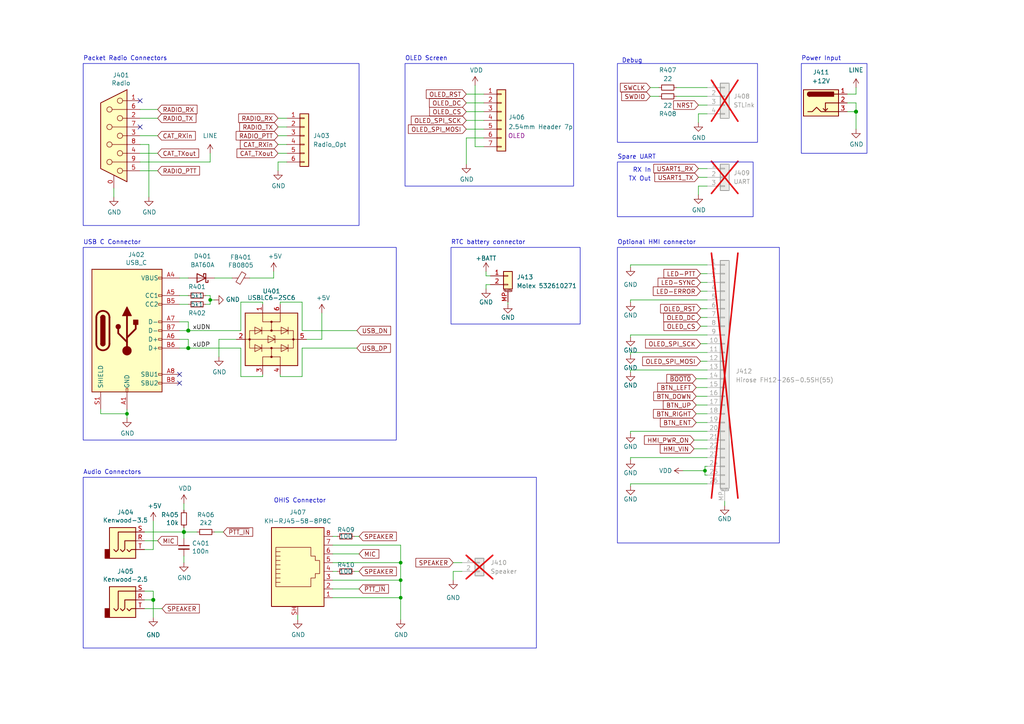
<source format=kicad_sch>
(kicad_sch (version 20230121) (generator eeschema)
  (paper "A4")
  (title_block (title "Module17") (date "2023-12-06") (rev "Rev 0.99") (company "M17Project") (comment 1 "Morgan ON4MOD") (comment 2 "Mathis - DB9MAT") (comment 3 "Wojciech - SP5WWP"))
  (lib_symbols
    (symbol "Connector:8P8C_Shielded" (pin_names (offset 1.016))
      (property "Reference" "J" (at -5.08 13.97 0))
      (property "Value" "8P8C_Shielded" (at 2.54 13.97 0))
      (symbol "8P8C_Shielded_1_1"
        (pin passive line (at 10.16 -7.62 180) (length 2.54) (name "~") (number "1"))
        (pin passive line (at 10.16 -5.08 180) (length 2.54) (name "~") (number "2"))
        (pin passive line (at 10.16 -2.54 180) (length 2.54) (name "~") (number "3"))
        (pin passive line (at 10.16 0 180) (length 2.54) (name "~") (number "4"))
        (pin passive line (at 10.16 2.54 180) (length 2.54) (name "~") (number "5"))
        (pin passive line (at 10.16 5.08 180) (length 2.54) (name "~") (number "6"))
        (pin passive line (at 10.16 7.62 180) (length 2.54) (name "~") (number "7"))
        (pin passive line (at 10.16 10.16 180) (length 2.54) (name "~") (number "8"))
        (pin passive line (at 0 -12.7 90) (length 2.54) (name "~") (number "SH"))
      )
    )
    (symbol "Connector:AudioJack3"
      (property "Reference" "J" (at 0 8.89 0))
      (property "Value" "AudioJack3" (at 0 6.35 0))
      (symbol "AudioJack3_1_1"
        (pin passive line (at 5.08 0 180) (length 2.54) (name "~") (number "R"))
        (pin passive line (at 5.08 2.54 180) (length 2.54) (name "~") (number "S"))
        (pin passive line (at 5.08 -2.54 180) (length 2.54) (name "~") (number "T"))
      )
    )
    (symbol "Connector:Barrel_Jack_Switch_Pin3Ring" (pin_names hide)
      (property "Reference" "J" (at 0 5.334 0))
      (property "Value" "Barrel_Jack_Switch_Pin3Ring" (at 0 -5.08 0))
      (symbol "Barrel_Jack_Switch_Pin3Ring_1_1"
        (pin passive line (at 7.62 2.54 180) (length 2.54) (name "~") (number "1"))
        (pin passive line (at 7.62 0 180) (length 2.54) (name "~") (number "2"))
        (pin passive line (at 7.62 -2.54 180) (length 2.54) (name "~") (number "3"))
      )
    )
    (symbol "Connector:DB9_Female_MountingHoles" (pin_names (offset 1.016) hide)
      (property "Reference" "J" (at 0 16.51 0))
      (property "Value" "DB9_Female_MountingHoles" (at 0 14.605 0))
      (symbol "DB9_Female_MountingHoles_1_1"
        (pin passive line (at 0 -15.24 90) (length 3.81) (name "PAD") (number "0"))
        (pin passive line (at -7.62 10.16 0) (length 3.81) (name "1") (number "1"))
        (pin passive line (at -7.62 5.08 0) (length 3.81) (name "2") (number "2"))
        (pin passive line (at -7.62 0 0) (length 3.81) (name "3") (number "3"))
        (pin passive line (at -7.62 -5.08 0) (length 3.81) (name "4") (number "4"))
        (pin passive line (at -7.62 -10.16 0) (length 3.81) (name "5") (number "5"))
        (pin passive line (at -7.62 7.62 0) (length 3.81) (name "6") (number "6"))
        (pin passive line (at -7.62 2.54 0) (length 3.81) (name "7") (number "7"))
        (pin passive line (at -7.62 -2.54 0) (length 3.81) (name "8") (number "8"))
        (pin passive line (at -7.62 -7.62 0) (length 3.81) (name "9") (number "9"))
      )
    )
    (symbol "Connector:USB_C_Receptacle_USB2.0" (pin_names (offset 1.016))
      (property "Reference" "J" (at -10.16 19.05 0))
      (property "Value" "USB_C_Receptacle_USB2.0" (at 19.05 19.05 0))
      (symbol "USB_C_Receptacle_USB2.0_1_1"
        (pin passive line (at 0 -22.86 90) (length 5.08) (name "GND") (number "A1"))
        (pin passive line (at 0 -22.86 90) (length 5.08) hide (name "GND") (number "A12"))
        (pin passive line (at 15.24 15.24 180) (length 5.08) (name "VBUS") (number "A4"))
        (pin bidirectional line (at 15.24 10.16 180) (length 5.08) (name "CC1") (number "A5"))
        (pin bidirectional line (at 15.24 -2.54 180) (length 5.08) (name "D+") (number "A6"))
        (pin bidirectional line (at 15.24 2.54 180) (length 5.08) (name "D-") (number "A7"))
        (pin bidirectional line (at 15.24 -12.7 180) (length 5.08) (name "SBU1") (number "A8"))
        (pin passive line (at 15.24 15.24 180) (length 5.08) hide (name "VBUS") (number "A9"))
        (pin passive line (at 0 -22.86 90) (length 5.08) hide (name "GND") (number "B1"))
        (pin passive line (at 0 -22.86 90) (length 5.08) hide (name "GND") (number "B12"))
        (pin passive line (at 15.24 15.24 180) (length 5.08) hide (name "VBUS") (number "B4"))
        (pin bidirectional line (at 15.24 7.62 180) (length 5.08) (name "CC2") (number "B5"))
        (pin bidirectional line (at 15.24 -5.08 180) (length 5.08) (name "D+") (number "B6"))
        (pin bidirectional line (at 15.24 0 180) (length 5.08) (name "D-") (number "B7"))
        (pin bidirectional line (at 15.24 -15.24 180) (length 5.08) (name "SBU2") (number "B8"))
        (pin passive line (at 15.24 15.24 180) (length 5.08) hide (name "VBUS") (number "B9"))
        (pin passive line (at -7.62 -22.86 90) (length 5.08) (name "SHIELD") (number "S1"))
      )
    )
    (symbol "Connector_Generic:Conn_01x02" (pin_names (offset 1.016) hide)
      (property "Reference" "J" (at 0 2.54 0))
      (property "Value" "Conn_01x02" (at 0 -5.08 0))
      (symbol "Conn_01x02_1_1"
        (pin passive line (at -5.08 0 0) (length 3.81) (name "Pin_1") (number "1"))
        (pin passive line (at -5.08 -2.54 0) (length 3.81) (name "Pin_2") (number "2"))
      )
    )
    (symbol "Connector_Generic:Conn_01x03" (pin_names (offset 1.016) hide)
      (property "Reference" "J" (at 0 5.08 0))
      (property "Value" "Conn_01x03" (at 0 -5.08 0))
      (symbol "Conn_01x03_1_1"
        (pin passive line (at -5.08 2.54 0) (length 3.81) (name "Pin_1") (number "1"))
        (pin passive line (at -5.08 0 0) (length 3.81) (name "Pin_2") (number "2"))
        (pin passive line (at -5.08 -2.54 0) (length 3.81) (name "Pin_3") (number "3"))
      )
    )
    (symbol "Connector_Generic:Conn_01x04" (pin_names (offset 1.016) hide)
      (property "Reference" "J" (at 0 5.08 0))
      (property "Value" "Conn_01x04" (at 0 -7.62 0))
      (symbol "Conn_01x04_1_1"
        (pin passive line (at -5.08 2.54 0) (length 3.81) (name "Pin_1") (number "1"))
        (pin passive line (at -5.08 0 0) (length 3.81) (name "Pin_2") (number "2"))
        (pin passive line (at -5.08 -2.54 0) (length 3.81) (name "Pin_3") (number "3"))
        (pin passive line (at -5.08 -5.08 0) (length 3.81) (name "Pin_4") (number "4"))
      )
    )
    (symbol "Connector_Generic:Conn_01x06" (pin_names (offset 1.016) hide)
      (property "Reference" "J" (at 0 7.62 0))
      (property "Value" "Conn_01x06" (at 0 -10.16 0))
      (symbol "Conn_01x06_1_1"
        (pin passive line (at -5.08 5.08 0) (length 3.81) (name "Pin_1") (number "1"))
        (pin passive line (at -5.08 2.54 0) (length 3.81) (name "Pin_2") (number "2"))
        (pin passive line (at -5.08 0 0) (length 3.81) (name "Pin_3") (number "3"))
        (pin passive line (at -5.08 -2.54 0) (length 3.81) (name "Pin_4") (number "4"))
        (pin passive line (at -5.08 -5.08 0) (length 3.81) (name "Pin_5") (number "5"))
        (pin passive line (at -5.08 -7.62 0) (length 3.81) (name "Pin_6") (number "6"))
      )
    )
    (symbol "Connector_Generic:Conn_01x07" (pin_names (offset 1.016) hide)
      (property "Reference" "J" (at 0 10.16 0))
      (property "Value" "Conn_01x07" (at 0 -10.16 0))
      (symbol "Conn_01x07_1_1"
        (pin passive line (at -5.08 7.62 0) (length 3.81) (name "Pin_1") (number "1"))
        (pin passive line (at -5.08 5.08 0) (length 3.81) (name "Pin_2") (number "2"))
        (pin passive line (at -5.08 2.54 0) (length 3.81) (name "Pin_3") (number "3"))
        (pin passive line (at -5.08 0 0) (length 3.81) (name "Pin_4") (number "4"))
        (pin passive line (at -5.08 -2.54 0) (length 3.81) (name "Pin_5") (number "5"))
        (pin passive line (at -5.08 -5.08 0) (length 3.81) (name "Pin_6") (number "6"))
        (pin passive line (at -5.08 -7.62 0) (length 3.81) (name "Pin_7") (number "7"))
      )
    )
    (symbol "Connector_Generic_MountingPin:Conn_01x02_MountingPin" (pin_names (offset 1.016) hide)
      (property "Reference" "J" (at 0 2.54 0))
      (property "Value" "Conn_01x02_MountingPin" (at 1.27 -5.08 0))
      (symbol "Conn_01x02_MountingPin_1_1"
        (text "Mounting" (at 0 -4.191 0) (effects (font (size 0.381 0.381))))
        (pin passive line (at -5.08 0 0) (length 3.81) (name "Pin_1") (number "1"))
        (pin passive line (at -5.08 -2.54 0) (length 3.81) (name "Pin_2") (number "2"))
        (pin passive line (at 0 -7.62 90) (length 3.048) (name "MountPin") (number "MP"))
      )
    )
    (symbol "Connector_Generic_MountingPin:Conn_01x26_MountingPin" (pin_names (offset 1.016) hide)
      (property "Reference" "J" (at 0 33.02 0))
      (property "Value" "Conn_01x26_MountingPin" (at 1.27 -35.56 0))
      (symbol "Conn_01x26_MountingPin_1_1"
        (text "Mounting" (at 0 -34.671 0) (effects (font (size 0.381 0.381))))
        (pin passive line (at -5.08 30.48 0) (length 3.81) (name "Pin_1") (number "1"))
        (pin passive line (at -5.08 7.62 0) (length 3.81) (name "Pin_10") (number "10"))
        (pin passive line (at -5.08 5.08 0) (length 3.81) (name "Pin_11") (number "11"))
        (pin passive line (at -5.08 2.54 0) (length 3.81) (name "Pin_12") (number "12"))
        (pin passive line (at -5.08 0 0) (length 3.81) (name "Pin_13") (number "13"))
        (pin passive line (at -5.08 -2.54 0) (length 3.81) (name "Pin_14") (number "14"))
        (pin passive line (at -5.08 -5.08 0) (length 3.81) (name "Pin_15") (number "15"))
        (pin passive line (at -5.08 -7.62 0) (length 3.81) (name "Pin_16") (number "16"))
        (pin passive line (at -5.08 -10.16 0) (length 3.81) (name "Pin_17") (number "17"))
        (pin passive line (at -5.08 -12.7 0) (length 3.81) (name "Pin_18") (number "18"))
        (pin passive line (at -5.08 -15.24 0) (length 3.81) (name "Pin_19") (number "19"))
        (pin passive line (at -5.08 27.94 0) (length 3.81) (name "Pin_2") (number "2"))
        (pin passive line (at -5.08 -17.78 0) (length 3.81) (name "Pin_20") (number "20"))
        (pin passive line (at -5.08 -20.32 0) (length 3.81) (name "Pin_21") (number "21"))
        (pin passive line (at -5.08 -22.86 0) (length 3.81) (name "Pin_22") (number "22"))
        (pin passive line (at -5.08 -25.4 0) (length 3.81) (name "Pin_23") (number "23"))
        (pin passive line (at -5.08 -27.94 0) (length 3.81) (name "Pin_24") (number "24"))
        (pin passive line (at -5.08 -30.48 0) (length 3.81) (name "Pin_25") (number "25"))
        (pin passive line (at -5.08 -33.02 0) (length 3.81) (name "Pin_26") (number "26"))
        (pin passive line (at -5.08 25.4 0) (length 3.81) (name "Pin_3") (number "3"))
        (pin passive line (at -5.08 22.86 0) (length 3.81) (name "Pin_4") (number "4"))
        (pin passive line (at -5.08 20.32 0) (length 3.81) (name "Pin_5") (number "5"))
        (pin passive line (at -5.08 17.78 0) (length 3.81) (name "Pin_6") (number "6"))
        (pin passive line (at -5.08 15.24 0) (length 3.81) (name "Pin_7") (number "7"))
        (pin passive line (at -5.08 12.7 0) (length 3.81) (name "Pin_8") (number "8"))
        (pin passive line (at -5.08 10.16 0) (length 3.81) (name "Pin_9") (number "9"))
        (pin passive line (at 0 -38.1 90) (length 3.048) (name "MountPin") (number "MP"))
      )
    )
    (symbol "Device:C_Small" (pin_numbers hide) (pin_names (offset 0.254) hide)
      (property "Reference" "C" (at 0.254 1.778 0))
      (property "Value" "C_Small" (at 0.254 -2.032 0))
      (symbol "C_Small_1_1"
        (pin passive line (at 0 2.54 270) (length 2.032) (name "~") (number "1"))
        (pin passive line (at 0 -2.54 90) (length 2.032) (name "~") (number "2"))
      )
    )
    (symbol "Device:Ferrite_Bead_Small" (pin_numbers hide) (pin_names (offset 0))
      (property "Reference" "FB" (at 1.905 1.27 0))
      (property "Value" "Ferrite_Bead_Small" (at 1.905 -1.27 0))
      (symbol "Ferrite_Bead_Small_1_1"
        (pin passive line (at 0 2.54 270) (length 1.27) (name "~") (number "1"))
        (pin passive line (at 0 -2.54 90) (length 1.27) (name "~") (number "2"))
      )
    )
    (symbol "Device:R_Small" (pin_numbers hide) (pin_names (offset 0.254) hide)
      (property "Reference" "R" (at 0.762 0.508 0))
      (property "Value" "R_Small" (at 0.762 -1.016 0))
      (symbol "R_Small_1_1"
        (pin passive line (at 0 2.54 270) (length 0.762) (name "~") (number "1"))
        (pin passive line (at 0 -2.54 90) (length 0.762) (name "~") (number "2"))
      )
    )
    (symbol "Diode:BAT60A" (pin_numbers hide) (pin_names (offset 1.016) hide)
      (property "Reference" "D" (at 0 2.54 0))
      (property "Value" "BAT60A" (at 0 -2.54 0))
      (symbol "BAT60A_1_1"
        (pin passive line (at -3.81 0 0) (length 2.54) (name "K") (number "1"))
        (pin passive line (at 3.81 0 180) (length 2.54) (name "A") (number "2"))
      )
    )
    (symbol "GND_1" (power) (pin_names (offset 0))
      (property "Value" "GND_1" (at 0 -3.81 0))
      (symbol "GND_1_1_1"
        (pin power_in line (at 0 0 270) (length 0) hide (name "GND") (number "1"))
      )
    )
    (symbol "GND_2" (power) (pin_names (offset 0))
      (property "Value" "GND_2" (at 0 -3.81 0))
      (symbol "GND_2_1_1"
        (pin power_in line (at 0 0 270) (length 0) hide (name "GND") (number "1"))
      )
    )
    (symbol "GND_3" (power) (pin_names (offset 0))
      (property "Value" "GND_3" (at 0 -3.81 0))
      (symbol "GND_3_1_1"
        (pin power_in line (at 0 0 270) (length 0) hide (name "GND") (number "1"))
      )
    )
    (symbol "Power_Protection:USBLC6-2SC6" (pin_names hide)
      (property "Reference" "U" (at 2.54 8.89 0))
      (property "Value" "USBLC6-2SC6" (at 2.54 -8.89 0))
      (symbol "USBLC6-2SC6_1_1"
        (pin passive line (at -10.16 -2.54 0) (length 2.54) (name "I/O1") (number "1"))
        (pin passive line (at 0 -10.16 90) (length 2.54) (name "GND") (number "2"))
        (pin passive line (at 10.16 -2.54 180) (length 2.54) (name "I/O2") (number "3"))
        (pin passive line (at 10.16 2.54 180) (length 2.54) (name "I/O2") (number "4"))
        (pin passive line (at 0 10.16 270) (length 2.54) (name "VBUS") (number "5"))
        (pin passive line (at -10.16 2.54 0) (length 2.54) (name "I/O1") (number "6"))
      )
    )
    (symbol "power:+5V" (power) (pin_names (offset 0))
      (property "Value" "+5V" (at 0 3.556 0))
      (symbol "+5V_1_1"
        (pin power_in line (at 0 0 90) (length 0) hide (name "+5V") (number "1"))
      )
    )
    (symbol "power:+BATT" (power) (pin_names (offset 0))
      (property "Value" "+BATT" (at 0 3.556 0))
      (symbol "+BATT_1_1"
        (pin power_in line (at 0 0 90) (length 0) hide (name "+BATT") (number "1"))
      )
    )
    (symbol "power:GND" (power) (pin_names (offset 0))
      (property "Value" "GND" (at 0 -3.81 0))
      (symbol "GND_1_1"
        (pin power_in line (at 0 0 270) (length 0) hide (name "GND") (number "1"))
      )
    )
    (symbol "power:LINE" (power) (pin_names (offset 0))
      (property "Value" "LINE" (at 0 3.81 0))
      (symbol "LINE_1_1"
        (pin power_in line (at 0 0 90) (length 0) hide (name "LINE") (number "1"))
      )
    )
    (symbol "power:VDD" (power) (pin_names (offset 0))
      (property "Value" "VDD" (at 0 3.81 0))
      (symbol "VDD_1_1"
        (pin power_in line (at 0 0 90) (length 0) hide (name "VDD") (number "1"))
      )
    )
  )
  (junction (at 36.83 120.015))
  (junction (at 204.47 136.525))
  (junction (at 116.205 173.355))
  (junction (at 54.61 95.885) (diameter 1.016))
  (junction (at 60.96 86.995))
  (junction (at 116.205 168.275))
  (junction (at 44.45 173.99) (diameter 1.016))
  (junction (at 54.61 100.965) (diameter 1.016))
  (junction (at 116.205 163.195))
  (junction (at 53.34 154.305) (diameter 1.016))
  (junction (at 248.285 32.385) (diameter 1.016))
  (no_connect (at 52.07 108.585))
  (no_connect (at 52.07 111.125))
  (no_connect (at 40.64 36.83))
  (no_connect (at 40.64 29.21))
  (wire (pts (xy 52.07 85.725) (xy 54.61 85.725)))
  (wire (pts (xy 93.345 90.805) (xy 93.345 98.425)))
  (wire (pts (xy 44.45 159.385) (xy 44.45 151.13)))
  (wire (pts (xy 40.64 31.75) (xy 45.72 31.75)))
  (wire (pts (xy 201.93 117.475) (xy 205.105 117.475)))
  (wire (pts (xy 140.97 82.55) (xy 142.24 82.55)))
  (wire (pts (xy 203.2 84.455) (xy 205.105 84.455)))
  (wire (pts (xy 140.335 42.545) (xy 137.795 42.545)))
  (wire (pts (xy 44.45 171.45) (xy 44.45 173.99)))
  (wire (pts (xy 202.565 48.895) (xy 205.105 48.895)))
  (wire (pts (xy 41.91 154.305) (xy 53.34 154.305)))
  (wire (pts (xy 201.295 127.635) (xy 205.105 127.635)))
  (wire (pts (xy 203.2 92.075) (xy 205.105 92.075)))
  (wire (pts (xy 182.88 140.335) (xy 182.88 140.97)))
  (wire (pts (xy 80.645 39.37) (xy 83.185 39.37)))
  (wire (pts (xy 248.285 29.845) (xy 248.285 32.385)))
  (wire (pts (xy 44.45 173.99) (xy 44.45 179.07)))
  (wire (pts (xy 201.93 109.855) (xy 205.105 109.855)))
  (wire (pts (xy 182.88 102.235) (xy 182.88 102.87)))
  (wire (pts (xy 40.64 34.29) (xy 45.72 34.29)))
  (wire (pts (xy 137.795 42.545) (xy 137.795 24.765)))
  (wire (pts (xy 63.5 98.425) (xy 68.58 98.425)))
  (wire (pts (xy 43.18 41.91) (xy 43.18 57.15)))
  (wire (pts (xy 96.52 170.815) (xy 104.14 170.815)))
  (wire (pts (xy 182.88 86.995) (xy 182.88 87.63)))
  (wire (pts (xy 53.34 153.035) (xy 53.34 154.305)))
  (wire (pts (xy 96.52 173.355) (xy 116.205 173.355)))
  (wire (pts (xy 53.34 154.305) (xy 57.15 154.305)))
  (wire (pts (xy 60.96 86.995) (xy 60.96 88.265)))
  (wire (pts (xy 62.23 80.645) (xy 67.31 80.645)))
  (wire (pts (xy 196.215 27.94) (xy 205.105 27.94)))
  (wire (pts (xy 52.07 93.345) (xy 54.61 93.345)))
  (wire (pts (xy 72.39 80.645) (xy 79.375 80.645)))
  (wire (pts (xy 248.285 25.4) (xy 248.285 27.305)))
  (wire (pts (xy 182.88 97.155) (xy 182.88 97.79)))
  (wire (pts (xy 41.91 156.845) (xy 45.72 156.845)))
  (wire (pts (xy 40.64 39.37) (xy 45.72 39.37)))
  (wire (pts (xy 53.34 161.29) (xy 53.34 163.195)))
  (wire (pts (xy 182.88 140.335) (xy 205.105 140.335)))
  (wire (pts (xy 79.375 78.74) (xy 79.375 80.645)))
  (wire (pts (xy 182.88 132.715) (xy 182.88 133.35)))
  (wire (pts (xy 63.5 98.425) (xy 63.5 103.505)))
  (wire (pts (xy 80.645 46.99) (xy 80.645 49.53)))
  (wire (pts (xy 205.105 33.02) (xy 202.565 33.02)))
  (wire (pts (xy 87.63 100.965) (xy 87.63 109.22)))
  (wire (pts (xy 52.07 98.425) (xy 54.61 98.425)))
  (wire (pts (xy 104.14 165.735) (xy 102.87 165.735)))
  (wire (pts (xy 182.88 76.835) (xy 205.105 76.835)))
  (wire (pts (xy 69.85 100.965) (xy 69.85 109.22)))
  (wire (pts (xy 76.2 109.22) (xy 76.2 108.585)))
  (wire (pts (xy 182.88 97.155) (xy 205.105 97.155)))
  (wire (pts (xy 41.91 171.45) (xy 44.45 171.45)))
  (wire (pts (xy 60.96 85.725) (xy 60.96 86.995)))
  (wire (pts (xy 54.61 93.345) (xy 54.61 95.885)))
  (wire (pts (xy 80.645 44.45) (xy 83.185 44.45)))
  (wire (pts (xy 135.255 29.845) (xy 140.335 29.845)))
  (wire (pts (xy 131.445 168.275) (xy 131.445 165.735)))
  (wire (pts (xy 81.28 87.63) (xy 87.63 87.63)))
  (wire (pts (xy 46.99 176.53) (xy 41.91 176.53)))
  (wire (pts (xy 60.96 44.45) (xy 60.96 46.99)))
  (wire (pts (xy 80.645 41.91) (xy 83.185 41.91)))
  (wire (pts (xy 53.34 154.305) (xy 53.34 156.21)))
  (wire (pts (xy 191.135 27.94) (xy 188.595 27.94)))
  (wire (pts (xy 87.63 87.63) (xy 87.63 95.885)))
  (wire (pts (xy 54.61 95.885) (xy 69.85 95.885)))
  (wire (pts (xy 96.52 163.195) (xy 116.205 163.195)))
  (wire (pts (xy 60.96 86.995) (xy 62.23 86.995)))
  (wire (pts (xy 76.2 87.63) (xy 76.2 88.265)))
  (wire (pts (xy 201.295 130.175) (xy 205.105 130.175)))
  (wire (pts (xy 204.47 136.525) (xy 204.47 137.795)))
  (wire (pts (xy 135.255 34.925) (xy 140.335 34.925)))
  (wire (pts (xy 52.07 100.965) (xy 54.61 100.965)))
  (wire (pts (xy 140.335 40.005) (xy 135.255 40.005)))
  (wire (pts (xy 41.91 159.385) (xy 44.45 159.385)))
  (wire (pts (xy 33.02 54.61) (xy 33.02 57.15)))
  (wire (pts (xy 54.61 100.965) (xy 69.85 100.965)))
  (wire (pts (xy 69.85 87.63) (xy 76.2 87.63)))
  (wire (pts (xy 201.93 120.015) (xy 205.105 120.015)))
  (wire (pts (xy 182.88 107.315) (xy 182.88 107.95)))
  (wire (pts (xy 69.85 109.22) (xy 76.2 109.22)))
  (wire (pts (xy 202.565 33.02) (xy 202.565 35.56)))
  (wire (pts (xy 203.2 99.695) (xy 205.105 99.695)))
  (wire (pts (xy 52.07 80.645) (xy 54.61 80.645)))
  (wire (pts (xy 60.96 88.265) (xy 59.69 88.265)))
  (wire (pts (xy 81.28 109.22) (xy 81.28 108.585)))
  (wire (pts (xy 245.745 27.305) (xy 248.285 27.305)))
  (wire (pts (xy 135.255 27.305) (xy 140.335 27.305)))
  (wire (pts (xy 116.205 163.195) (xy 116.205 168.275)))
  (wire (pts (xy 36.83 120.015) (xy 36.83 121.285)))
  (wire (pts (xy 52.07 95.885) (xy 54.61 95.885)))
  (wire (pts (xy 40.64 46.99) (xy 60.96 46.99)))
  (wire (pts (xy 147.32 87.63) (xy 147.32 88.265)))
  (wire (pts (xy 59.69 85.725) (xy 60.96 85.725)))
  (wire (pts (xy 62.23 154.305) (xy 64.77 154.305)))
  (wire (pts (xy 210.185 145.415) (xy 210.185 146.685)))
  (wire (pts (xy 104.14 155.575) (xy 102.87 155.575)))
  (wire (pts (xy 96.52 168.275) (xy 116.205 168.275)))
  (wire (pts (xy 201.93 114.935) (xy 205.105 114.935)))
  (wire (pts (xy 205.105 53.975) (xy 202.565 53.975)))
  (wire (pts (xy 116.205 173.355) (xy 116.205 179.705)))
  (wire (pts (xy 36.83 120.015) (xy 36.83 118.745)))
  (wire (pts (xy 131.445 165.735) (xy 133.985 165.735)))
  (wire (pts (xy 203.2 89.535) (xy 205.105 89.535)))
  (wire (pts (xy 182.88 125.095) (xy 205.105 125.095)))
  (wire (pts (xy 245.745 29.845) (xy 248.285 29.845)))
  (wire (pts (xy 135.255 40.005) (xy 135.255 47.625)))
  (wire (pts (xy 83.185 46.99) (xy 80.645 46.99)))
  (wire (pts (xy 87.63 95.885) (xy 103.505 95.885)))
  (wire (pts (xy 140.97 82.55) (xy 140.97 83.82)))
  (wire (pts (xy 202.565 51.435) (xy 205.105 51.435)))
  (wire (pts (xy 203.2 81.915) (xy 205.105 81.915)))
  (wire (pts (xy 204.47 137.795) (xy 205.105 137.795)))
  (wire (pts (xy 203.2 94.615) (xy 205.105 94.615)))
  (wire (pts (xy 131.445 163.195) (xy 133.985 163.195)))
  (wire (pts (xy 80.645 34.29) (xy 83.185 34.29)))
  (wire (pts (xy 54.61 98.425) (xy 54.61 100.965)))
  (wire (pts (xy 198.12 136.525) (xy 204.47 136.525)))
  (wire (pts (xy 140.97 80.01) (xy 142.24 80.01)))
  (wire (pts (xy 97.79 165.735) (xy 96.52 165.735)))
  (wire (pts (xy 80.645 36.83) (xy 83.185 36.83)))
  (wire (pts (xy 203.2 104.775) (xy 205.105 104.775)))
  (wire (pts (xy 182.88 86.995) (xy 205.105 86.995)))
  (wire (pts (xy 40.64 49.53) (xy 45.72 49.53)))
  (wire (pts (xy 182.88 76.835) (xy 182.88 77.47)))
  (wire (pts (xy 29.21 120.015) (xy 36.83 120.015)))
  (wire (pts (xy 205.105 30.48) (xy 202.565 30.48)))
  (wire (pts (xy 182.88 125.095) (xy 182.88 125.73)))
  (wire (pts (xy 191.135 25.4) (xy 188.595 25.4)))
  (wire (pts (xy 40.64 44.45) (xy 45.72 44.45)))
  (wire (pts (xy 182.88 107.315) (xy 205.105 107.315)))
  (wire (pts (xy 182.88 102.235) (xy 205.105 102.235)))
  (wire (pts (xy 29.21 118.745) (xy 29.21 120.015)))
  (wire (pts (xy 53.34 146.05) (xy 53.34 147.955)))
  (wire (pts (xy 204.47 135.255) (xy 204.47 136.525)))
  (wire (pts (xy 245.745 32.385) (xy 248.285 32.385)))
  (wire (pts (xy 248.285 32.385) (xy 248.285 37.465)))
  (wire (pts (xy 182.88 132.715) (xy 205.105 132.715)))
  (wire (pts (xy 202.565 53.975) (xy 202.565 56.515)))
  (wire (pts (xy 116.205 158.115) (xy 116.205 163.195)))
  (wire (pts (xy 204.47 135.255) (xy 205.105 135.255)))
  (wire (pts (xy 203.2 79.375) (xy 205.105 79.375)))
  (wire (pts (xy 86.36 179.705) (xy 86.36 178.435)))
  (wire (pts (xy 87.63 100.965) (xy 103.505 100.965)))
  (wire (pts (xy 88.9 98.425) (xy 93.345 98.425)))
  (wire (pts (xy 201.93 122.555) (xy 205.105 122.555)))
  (wire (pts (xy 52.07 88.265) (xy 54.61 88.265)))
  (wire (pts (xy 97.79 155.575) (xy 96.52 155.575)))
  (wire (pts (xy 96.52 158.115) (xy 116.205 158.115)))
  (wire (pts (xy 135.255 37.465) (xy 140.335 37.465)))
  (wire (pts (xy 41.91 173.99) (xy 44.45 173.99)))
  (wire (pts (xy 196.215 25.4) (xy 205.105 25.4)))
  (wire (pts (xy 81.28 87.63) (xy 81.28 88.265)))
  (wire (pts (xy 116.205 168.275) (xy 116.205 173.355)))
  (wire (pts (xy 40.64 41.91) (xy 43.18 41.91)))
  (wire (pts (xy 201.93 112.395) (xy 205.105 112.395)))
  (wire (pts (xy 96.52 160.655) (xy 104.14 160.655)))
  (wire (pts (xy 69.85 87.63) (xy 69.85 95.885)))
  (wire (pts (xy 140.97 78.74) (xy 140.97 80.01)))
  (wire (pts (xy 135.255 32.385) (xy 140.335 32.385)))
  (wire (pts (xy 81.28 109.22) (xy 87.63 109.22)))
  (rectangle (start 130.81 71.755) (end 168.275 93.98))
  (rectangle (start 24.13 138.43) (end 155.575 187.96))
  (rectangle (start 232.41 18.415) (end 251.46 44.45))
  (rectangle (start 179.07 18.415) (end 219.71 41.275))
  (rectangle (start 117.475 18.415) (end 166.37 53.975))
  (rectangle (start 179.07 71.755) (end 226.06 157.48))
  (rectangle (start 24.13 71.755) (end 114.935 127.635))
  (rectangle (start 24.13 18.415) (end 104.14 65.405))
  (rectangle (start 179.07 46.99) (end 218.44 62.865))
  (text "Packet Radio Connectors" (at 24.13 17.78 0) (effects (font (size 1.27 1.27)) (justify left bottom)))
  (text "Debug" (at 180.34 18.415 0) (effects (font (size 1.27 1.27)) (justify left bottom)))
  (text "Audio Connectors" (at 24.13 137.795 0) (effects (font (size 1.27 1.27)) (justify left bottom)))
  (text "TX Out" (at 182.245 52.705 0) (effects (font (size 1.27 1.27)) (justify left bottom)))
  (text "RX In" (at 183.515 50.165 0) (effects (font (size 1.27 1.27)) (justify left bottom)))
  (text "USB C Connector" (at 24.13 71.12 0) (effects (font (size 1.27 1.27)) (justify left bottom)))
  (text "Optional HMI connector" (at 179.07 71.12 0) (effects (font (size 1.27 1.27)) (justify left bottom)))
  (text "OHIS Connector" (at 79.375 146.05 0) (effects (font (size 1.27 1.27)) (justify left bottom)))
  (text "Power Input" (at 232.41 17.78 0) (effects (font (size 1.27 1.27)) (justify left bottom)))
  (text "Spare UART" (at 179.07 46.355 0) (effects (font (size 1.27 1.27)) (justify left bottom)))
  (text "RTC battery connector" (at 130.81 71.12 0) (effects (font (size 1.27 1.27)) (justify left bottom)))
  (text "OLED Screen" (at 117.475 17.78 0) (effects (font (size 1.27 1.27)) (justify left bottom)))
  (label "xUDP" (at 55.88 100.965 0))
  (label "xUDN" (at 55.88 95.885 0))
  (global_label "LED-PTT" (shape input) (at 203.2 79.375 180) (property "Intersheetrefs" "${INTERSHEET_REFS}" (effects hide)))
  (global_label "BTN_ENT" (shape input) (at 201.93 122.555 180) (property "Intersheetrefs" "${INTERSHEET_REFS}" (effects hide)))
  (global_label "USART1_TX" (shape input) (at 202.565 51.435 180) (property "Intersheetrefs" "${INTERSHEET_REFS}" (effects hide)))
  (global_label "CAT_TXout" (shape input) (at 45.72 44.45 0) (property "Intersheetrefs" "${INTERSHEET_REFS}" (effects hide)))
  (global_label "LED-ERROR" (shape input) (at 203.2 84.455 180) (property "Intersheetrefs" "${INTERSHEET_REFS}" (effects hide)))
  (global_label "OLED_DC" (shape input) (at 135.255 29.845 180) (property "Intersheetrefs" "${INTERSHEET_REFS}" (effects hide)))
  (global_label "OLED_SPI_MOSI" (shape input) (at 135.255 37.465 180) (property "Intersheetrefs" "${INTERSHEET_REFS}" (effects hide)))
  (global_label "OLED_CS" (shape input) (at 135.255 32.385 180) (property "Intersheetrefs" "${INTERSHEET_REFS}" (effects hide)))
  (global_label "HMI_VIN" (shape input) (at 201.295 130.175 180) (property "Intersheetrefs" "${INTERSHEET_REFS}" (effects hide)))
  (global_label "OLED_SPI_SCK" (shape input) (at 203.2 99.695 180) (property "Intersheetrefs" "${INTERSHEET_REFS}" (effects hide)))
  (global_label "HMI_PWR_ON" (shape input) (at 201.295 127.635 180) (property "Intersheetrefs" "${INTERSHEET_REFS}" (effects hide)))
  (global_label "~{PTT_IN}" (shape input) (at 104.14 170.815 0) (property "Intersheetrefs" "${INTERSHEET_REFS}" (effects hide)))
  (global_label "RADIO_RX" (shape input) (at 45.72 31.75 0) (property "Intersheetrefs" "${INTERSHEET_REFS}" (effects hide)))
  (global_label "CAT_RXin" (shape input) (at 45.72 39.37 0) (property "Intersheetrefs" "${INTERSHEET_REFS}" (effects hide)))
  (global_label "BTN_LEFT" (shape input) (at 201.93 112.395 180) (property "Intersheetrefs" "${INTERSHEET_REFS}" (effects hide)))
  (global_label "RADIO_TX" (shape input) (at 45.72 34.29 0) (property "Intersheetrefs" "${INTERSHEET_REFS}" (effects hide)))
  (global_label "LED-SYNC" (shape input) (at 203.2 81.915 180) (property "Intersheetrefs" "${INTERSHEET_REFS}" (effects hide)))
  (global_label "MIC" (shape input) (at 104.14 160.655 0) (property "Intersheetrefs" "${INTERSHEET_REFS}" (effects hide)))
  (global_label "BTN_DOWN" (shape input) (at 201.93 114.935 180) (property "Intersheetrefs" "${INTERSHEET_REFS}" (effects hide)))
  (global_label "USB_DP" (shape input) (at 103.505 100.965 0) (property "Intersheetrefs" "${INTERSHEET_REFS}" (effects hide)))
  (global_label "RADIO_PTT" (shape input) (at 80.645 39.37 180) (property "Intersheetrefs" "${INTERSHEET_REFS}" (effects hide)))
  (global_label "OLED_SPI_SCK" (shape input) (at 135.255 34.925 180) (property "Intersheetrefs" "${INTERSHEET_REFS}" (effects hide)))
  (global_label "RADIO_RX" (shape input) (at 80.645 34.29 180) (property "Intersheetrefs" "${INTERSHEET_REFS}" (effects hide)))
  (global_label "OLED_DC" (shape input) (at 203.2 92.075 180) (property "Intersheetrefs" "${INTERSHEET_REFS}" (effects hide)))
  (global_label "OLED_SPI_MOSI" (shape input) (at 203.2 104.775 180) (property "Intersheetrefs" "${INTERSHEET_REFS}" (effects hide)))
  (global_label "~{PTT_IN}" (shape input) (at 64.77 154.305 0) (property "Intersheetrefs" "${INTERSHEET_REFS}" (effects hide)))
  (global_label "SWCLK" (shape input) (at 188.595 25.4 180) (property "Intersheetrefs" "${INTERSHEET_REFS}" (effects hide)))
  (global_label "SPEAKER" (shape input) (at 104.14 155.575 0) (property "Intersheetrefs" "${INTERSHEET_REFS}" (effects hide)))
  (global_label "SWDIO" (shape input) (at 188.595 27.94 180) (property "Intersheetrefs" "${INTERSHEET_REFS}" (effects hide)))
  (global_label "USART1_RX" (shape input) (at 202.565 48.895 180) (property "Intersheetrefs" "${INTERSHEET_REFS}" (effects hide)))
  (global_label "BTN_UP" (shape input) (at 201.93 117.475 180) (property "Intersheetrefs" "${INTERSHEET_REFS}" (effects hide)))
  (global_label "NRST" (shape input) (at 202.565 30.48 180) (property "Intersheetrefs" "${INTERSHEET_REFS}" (effects hide)))
  (global_label "OLED_RST" (shape input) (at 203.2 89.535 180) (property "Intersheetrefs" "${INTERSHEET_REFS}" (effects hide)))
  (global_label "SPEAKER" (shape input) (at 104.14 165.735 0) (property "Intersheetrefs" "${INTERSHEET_REFS}" (effects hide)))
  (global_label "MIC" (shape input) (at 45.72 156.845 0) (property "Intersheetrefs" "${INTERSHEET_REFS}" (effects hide)))
  (global_label "BTN_RIGHT" (shape input) (at 201.93 120.015 180) (property "Intersheetrefs" "${INTERSHEET_REFS}" (effects hide)))
  (global_label "OLED_RST" (shape input) (at 135.255 27.305 180) (property "Intersheetrefs" "${INTERSHEET_REFS}" (effects hide)))
  (global_label "CAT_TXout" (shape input) (at 80.645 44.45 180) (property "Intersheetrefs" "${INTERSHEET_REFS}" (effects hide)))
  (global_label "SPEAKER" (shape input) (at 46.99 176.53 0) (property "Intersheetrefs" "${INTERSHEET_REFS}" (effects hide)))
  (global_label "CAT_RXin" (shape input) (at 80.645 41.91 180) (property "Intersheetrefs" "${INTERSHEET_REFS}" (effects hide)))
  (global_label "SPEAKER" (shape input) (at 131.445 163.195 180) (property "Intersheetrefs" "${INTERSHEET_REFS}" (effects hide)))
  (global_label "USB_DN" (shape input) (at 103.505 95.885 0) (property "Intersheetrefs" "${INTERSHEET_REFS}" (effects hide)))
  (global_label "RADIO_TX" (shape input) (at 80.645 36.83 180) (property "Intersheetrefs" "${INTERSHEET_REFS}" (effects hide)))
  (global_label "~{BOOT0}" (shape input) (at 201.93 109.855 180) (property "Intersheetrefs" "${INTERSHEET_REFS}" (effects hide)))
  (global_label "OLED_CS" (shape input) (at 203.2 94.615 180) (property "Intersheetrefs" "${INTERSHEET_REFS}" (effects hide)))
  (global_label "RADIO_PTT" (shape input) (at 45.72 49.53 0) (property "Intersheetrefs" "${INTERSHEET_REFS}" (effects hide)))
  (symbol (lib_id "Connector:8P8C_Shielded") (at 86.36 165.735 0) (unit 1)
    (property "Reference" "J407" (at 86.36 148.59 0))
    (property "Value" "KH-RJ45-58-8P8C" (at 86.36 151.13 0))
    (property "Footprint" "M17_connectors:KH-RJ45-58-8P8C" (effects hide))
    (property "LCSC Part #" "C2683360" (effects hide))
    (property "MPN" "KH-RJ45-58-8P8C" (effects hide))
  )
  (symbol (lib_name "GND_1") (lib_id "power:GND") (at 210.185 146.685 0) (unit 1)
    (property "Reference" "#PWR0431" (effects hide))
    (property "Value" "GND" (at 210.185 150.495 0))
  )
  (symbol (lib_name "GND_1") (lib_id "power:GND") (at 182.88 87.63 0) (unit 1)
    (property "Reference" "#PWR0424" (effects hide))
    (property "Value" "GND" (at 182.88 91.44 0))
  )
  (symbol (lib_id "power:GND") (at 86.36 179.705 0) (unit 1)
    (property "Reference" "#PWR0416" (effects hide))
    (property "Value" "GND" (at 86.487 184.0992 0))
  )
  (symbol (lib_id "Device:R_Small") (at 57.15 88.265 270) (unit 1)
    (property "Reference" "R402" (at 57.15 90.805 90))
    (property "Value" "5k1" (at 57.15 88.265 90))
    (property "Footprint" "Resistor_SMD:R_0603_1608Metric" (effects hide))
    (property "MPN" "Generic R/5k1/0603" (effects hide))
  )
  (symbol (lib_name "GND_1") (lib_id "power:GND") (at 182.88 102.87 0) (unit 1)
    (property "Reference" "#PWR0426" (effects hide))
    (property "Value" "GND" (at 182.88 106.68 0))
  )
  (symbol (lib_id "power:GND") (at 33.02 57.15 0) (unit 1)
    (property "Reference" "#PWR0401" (effects hide))
    (property "Value" "GND" (at 33.147 61.5442 0))
  )
  (symbol (lib_id "power:GND") (at 116.205 179.705 0) (unit 1)
    (property "Reference" "#PWR0419" (effects hide))
    (property "Value" "GND" (at 116.332 184.0992 0))
  )
  (symbol (lib_id "power:VDD") (at 137.795 24.765 0) (unit 1)
    (property "Reference" "#PWR0413" (effects hide))
    (property "Value" "VDD" (at 138.176 20.3708 0))
  )
  (symbol (lib_name "GND_1") (lib_id "power:GND") (at 182.88 107.95 0) (unit 1)
    (property "Reference" "#PWR0427" (effects hide))
    (property "Value" "GND" (at 182.88 111.76 0))
  )
  (symbol (lib_id "Connector_Generic_MountingPin:Conn_01x26_MountingPin") (at 210.185 107.315 0) (unit 1) (dnp yes)
    (property "Reference" "J412" (at 213.36 107.6706 0) (effects (justify left)))
    (property "Value" "Hirose FH12-26S-0.5SH(55)" (at 213.36 110.2106 0) (effects (justify left)))
    (property "Footprint" "Connector_FFC-FPC:Hirose_FH12-26S-0.5SH_1x26-1MP_P0.50mm_Horizontal" (effects hide))
    (property "MPN" "FH12-26S-0.5SH(55)" (effects hide))
    (property "LCSC Part #" "C202113" (effects hide))
  )
  (symbol (lib_name "GND_1") (lib_id "power:GND") (at 182.88 125.73 0) (unit 1)
    (property "Reference" "#PWR0428" (effects hide))
    (property "Value" "GND" (at 182.88 129.54 0))
  )
  (symbol (lib_id "power:GND") (at 135.255 47.625 0) (unit 1)
    (property "Reference" "#PWR0412" (effects hide))
    (property "Value" "GND" (at 135.382 52.0192 0))
  )
  (symbol (lib_id "power:GND") (at 63.5 103.505 0) (unit 1)
    (property "Reference" "#PWR0405" (effects hide))
    (property "Value" "GND" (at 63.627 107.8992 0))
  )
  (symbol (lib_name "GND_1") (lib_id "power:GND") (at 182.88 97.79 0) (unit 1)
    (property "Reference" "#PWR0425" (effects hide))
    (property "Value" "GND" (at 182.88 101.6 0))
  )
  (symbol (lib_id "power:+BATT") (at 140.97 78.74 0) (unit 1)
    (property "Reference" "#PWR0433" (effects hide))
    (property "Value" "+BATT" (at 140.97 74.93 0))
  )
  (symbol (lib_id "Device:C_Small") (at 53.34 158.75 0) (unit 1)
    (property "Reference" "C401" (at 55.6768 157.5816 0) (effects (justify left)))
    (property "Value" "100n" (at 55.6768 159.893 0) (effects (justify left)))
    (property "Footprint" "Capacitor_SMD:C_0603_1608Metric" (effects hide))
    (property "MPN" "Generic C/100nF/C0G/25V/0603" (effects hide))
  )
  (symbol (lib_name "GND_1") (lib_id "power:GND") (at 182.88 133.35 0) (unit 1)
    (property "Reference" "#PWR0429" (effects hide))
    (property "Value" "GND" (at 182.88 137.16 0))
  )
  (symbol (lib_id "power:LINE") (at 60.96 44.45 0) (unit 1)
    (property "Reference" "#PWR0404" (effects hide))
    (property "Value" "LINE" (at 60.96 39.37 0))
  )
  (symbol (lib_id "Device:R_Small") (at 53.34 150.495 0) (mirror y) (unit 1)
    (property "Reference" "R405" (at 51.8414 149.3266 0) (effects (justify left)))
    (property "Value" "10k" (at 51.8414 151.638 0) (effects (justify left)))
    (property "Footprint" "Resistor_SMD:R_0603_1608Metric" (effects hide))
    (property "MPN" "Generic R/10k/0603" (effects hide))
  )
  (symbol (lib_id "power:+5V") (at 93.345 90.805 0) (unit 1)
    (property "Reference" "#PWR0409" (effects hide))
    (property "Value" "+5V" (at 93.726 86.4108 0))
  )
  (symbol (lib_id "power:GND") (at 43.18 57.15 0) (unit 1)
    (property "Reference" "#PWR0403" (effects hide))
    (property "Value" "GND" (at 43.307 61.5442 0))
  )
  (symbol (lib_id "Diode:BAT60A") (at 58.42 80.645 180) (unit 1)
    (property "Reference" "D401" (at 58.7375 74.295 0))
    (property "Value" "BAT60A" (at 58.7375 76.835 0))
    (property "Footprint" "Diode_SMD:D_SOD-323" (effects hide))
    (property "Datasheet" "https://www.infineon.com/dgdl/Infineon-BAT60ASERIES-DS-v01_01-en.pdf?fileId=db3a304313d846880113def70c9304a9" (effects hide))
    (property "MPN" "Generic Schottky/10Vr/2A/SOD323-2" (effects hide))
    (property "LCSC Part #" "C520634" (effects hide))
  )
  (symbol (lib_id "Device:R_Small") (at 100.33 155.575 270) (unit 1)
    (property "Reference" "R409" (at 100.33 153.67 90))
    (property "Value" "100" (at 100.33 155.575 90))
    (property "Footprint" "Resistor_SMD:R_1210_3225Metric" (effects hide))
    (property "MPN" "Generic R/0R/0603" (effects hide))
  )
  (symbol (lib_id "power:GND") (at 62.23 86.995 90) (unit 1)
    (property "Reference" "#PWR0407" (effects hide))
    (property "Value" "GND" (at 65.4812 86.868 90) (effects (justify right)))
  )
  (symbol (lib_name "GND_1") (lib_id "power:GND") (at 182.88 140.97 0) (unit 1)
    (property "Reference" "#PWR0430" (effects hide))
    (property "Value" "GND" (at 182.88 144.78 0))
  )
  (symbol (lib_id "power:VDD") (at 53.34 146.05 0) (unit 1)
    (property "Reference" "#PWR0414" (effects hide))
    (property "Value" "VDD" (at 53.721 141.6558 0))
  )
  (symbol (lib_id "Connector:Barrel_Jack_Switch_Pin3Ring") (at 238.125 29.845 0) (unit 1)
    (property "Reference" "J411" (at 238.125 20.955 0))
    (property "Value" "+12V" (at 238.125 23.495 0))
    (property "Footprint" "Connector_BarrelJack:BarrelJack_CLIFF_FC681465S_SMT_Horizontal" (effects hide))
    (property "MPN" "DC-005-5A-2.5-SMT" (effects hide))
    (property "LCSC Part #" "C319133" (effects hide))
  )
  (symbol (lib_id "power:GND") (at 53.34 163.195 0) (unit 1)
    (property "Reference" "#PWR0415" (effects hide))
    (property "Value" "GND" (at 53.467 167.5892 0))
  )
  (symbol (lib_id "power:VDD") (at 198.12 136.525 90) (unit 1)
    (property "Reference" "#PWR0423" (effects hide))
    (property "Value" "VDD" (at 193.04 136.525 90))
  )
  (symbol (lib_id "power:+5V") (at 44.45 151.13 0) (unit 1)
    (property "Reference" "#PWR0410" (effects hide))
    (property "Value" "+5V" (at 44.831 146.7358 0))
  )
  (symbol (lib_id "Device:Ferrite_Bead_Small") (at 69.85 80.645 270) (unit 1)
    (property "Reference" "FB401" (at 69.85 74.6252 90))
    (property "Value" "FB0805" (at 69.85 76.9366 90))
    (property "Footprint" "Inductor_SMD:L_0805_2012Metric" (effects hide))
    (property "MPN" "2508056017Y2" (effects hide))
    (property "LCSC Part #" "C1017" (effects hide))
  )
  (symbol (lib_id "power:GND") (at 248.285 37.465 0) (unit 1)
    (property "Reference" "#PWR0422" (effects hide))
    (property "Value" "GND" (at 248.412 41.8592 0))
  )
  (symbol (lib_id "Connector_Generic_MountingPin:Conn_01x02_MountingPin") (at 147.32 80.01 0) (unit 1)
    (property "Reference" "J413" (at 149.86 80.3656 0) (effects (justify left)))
    (property "Value" "Molex 532610271" (at 149.86 82.9056 0) (effects (justify left)))
    (property "Footprint" "Connector_Molex:Molex_PicoBlade_53261-0271_1x02-1MP_P1.25mm_Horizontal" (effects hide))
    (property "MPN" "532610271" (effects hide))
    (property "LCSC Part #" "C189700" (effects hide))
  )
  (symbol (lib_id "power:GND") (at 202.565 56.515 0) (unit 1)
    (property "Reference" "#PWR0418" (effects hide))
    (property "Value" "GND" (at 202.692 60.9092 0))
  )
  (symbol (lib_id "Connector:DB9_Female_MountingHoles") (at 33.02 39.37 0) (mirror y) (unit 1)
    (property "Reference" "J401" (at 35.1028 21.7932 0))
    (property "Value" "Radio" (at 35.1028 24.1046 0))
    (property "Footprint" "Connector_Dsub:DSUB-9_Female_Horizontal_P2.77x2.84mm_EdgePinOffset4.94mm_Housed_MountingHolesOffset7.48mm" (effects hide))
    (property "Datasheet" " ~" (effects hide))
    (property "MPN" "DS1037-09FNAKT74-0CC" (effects hide))
    (property "LCSC Part #" "C75749" (effects hide))
  )
  (symbol (lib_id "Device:R_Small") (at 59.69 154.305 270) (unit 1)
    (property "Reference" "R406" (at 59.69 149.3266 90))
    (property "Value" "2k2" (at 59.69 151.638 90))
    (property "Footprint" "Resistor_SMD:R_0603_1608Metric" (effects hide))
    (property "MPN" "Generic R/2k2/0603" (effects hide))
  )
  (symbol (lib_id "Connector_Generic:Conn_01x03") (at 210.185 51.435 0) (unit 1) (in_bom no) (dnp yes)
    (property "Reference" "J409" (at 212.725 50.165 0) (effects (justify left)))
    (property "Value" "UART" (at 212.725 52.705 0) (effects (justify left)))
    (property "Footprint" "Connector_PinHeader_2.54mm:PinHeader_1x03_P2.54mm_Vertical" (effects hide))
  )
  (symbol (lib_id "Connector_Generic:Conn_01x06") (at 88.265 39.37 0) (unit 1)
    (property "Reference" "J403" (at 90.805 39.37 0) (effects (justify left)))
    (property "Value" "Radio_Opt" (at 90.805 41.91 0) (effects (justify left)))
    (property "Footprint" "Connector_PinHeader_2.54mm:PinHeader_1x06_P2.54mm_Vertical" (effects hide))
    (property "MPN" "PZ254V-11-06P" (effects hide))
    (property "LCSC Part #" "C492405" (effects hide))
  )
  (symbol (lib_id "Connector:AudioJack3") (at 36.83 173.99 0) (unit 1)
    (property "Reference" "J405" (at 36.3728 165.735 0))
    (property "Value" "Kenwood-2.5" (at 36.3728 168.0464 0))
    (property "Footprint" "M17_connectors:PJ-211A" (effects hide))
    (property "MPN" "PJ-211A" (effects hide))
    (property "LCSC Part #" "C480265" (effects hide))
  )
  (symbol (lib_id "power:GND") (at 80.645 49.53 0) (unit 1)
    (property "Reference" "#PWR0408" (effects hide))
    (property "Value" "GND" (at 80.772 53.9242 0))
  )
  (symbol (lib_name "GND_2") (lib_id "power:GND") (at 140.97 83.82 0) (unit 1)
    (property "Reference" "#PWR0432" (effects hide))
    (property "Value" "GND" (at 140.97 87.63 0))
  )
  (symbol (lib_id "Connector_Generic:Conn_01x02") (at 139.065 163.195 0) (unit 1) (in_bom no) (dnp yes)
    (property "Reference" "J410" (at 142.24 163.195 0) (effects (justify left)))
    (property "Value" "Speaker" (at 142.24 165.735 0) (effects (justify left)))
    (property "Footprint" "Connector_PinHeader_2.54mm:PinHeader_1x02_P2.54mm_Vertical" (effects hide))
  )
  (symbol (lib_name "GND_2") (lib_id "power:GND") (at 147.32 88.265 0) (unit 1)
    (property "Reference" "#PWR0434" (effects hide))
    (property "Value" "GND" (at 147.32 92.075 0))
  )
  (symbol (lib_id "Power_Protection:USBLC6-2SC6") (at 78.74 98.425 270) (unit 1)
    (property "Reference" "U401" (at 78.74 84.455 90))
    (property "Value" "USBLC6-2SC6" (at 78.74 86.36 90))
    (property "Footprint" "Package_TO_SOT_SMD:SOT-23-6" (effects hide))
    (property "Datasheet" "https://www.st.com/resource/en/datasheet/usblc6-2.pdf" (effects hide))
    (property "MPN" "USBLC6-2-SC6" (effects hide))
    (property "LCSC Part #" "C7519" (effects hide))
  )
  (symbol (lib_id "power:LINE") (at 248.285 25.4 0) (unit 1)
    (property "Reference" "#PWR0421" (effects hide))
    (property "Value" "LINE" (at 248.285 20.32 0))
  )
  (symbol (lib_id "power:GND") (at 36.83 121.285 0) (unit 1)
    (property "Reference" "#PWR0402" (effects hide))
    (property "Value" "GND" (at 36.957 125.6792 0))
  )
  (symbol (lib_id "Connector_Generic:Conn_01x04") (at 210.185 27.94 0) (unit 1) (in_bom no) (dnp yes)
    (property "Reference" "J408" (at 212.725 27.94 0) (effects (justify left)))
    (property "Value" "STLink" (at 212.725 30.48 0) (effects (justify left)))
    (property "Footprint" "Connector_PinHeader_2.54mm:PinHeader_1x04_P2.54mm_Vertical" (effects hide))
  )
  (symbol (lib_id "power:GND") (at 202.565 35.56 0) (unit 1)
    (property "Reference" "#PWR0417" (effects hide))
    (property "Value" "GND" (at 202.692 39.9542 0))
  )
  (symbol (lib_id "Connector:AudioJack3") (at 36.83 156.845 0) (unit 1)
    (property "Reference" "J404" (at 36.3728 148.59 0))
    (property "Value" "Kenwood-3.5" (at 36.3728 150.9014 0))
    (property "Footprint" "M17_connectors:PJ-3136-B" (effects hide))
    (property "MPN" "PJ-3136-B" (effects hide))
    (property "LCSC Part #" "C381131" (effects hide))
  )
  (symbol (lib_id "Connector_Generic:Conn_01x07") (at 145.415 34.925 0) (unit 1)
    (property "Reference" "J406" (at 147.4471 34.0165 0) (effects (justify left)))
    (property "Value" "2.54mm Header 7p" (at 147.4471 36.7916 0) (effects (justify left)))
    (property "Footprint" "Connector_PinHeader_2.54mm:PinHeader_1x07_P2.54mm_Vertical" (effects hide))
    (property "MPN" "PZ254V-11-07P" (effects hide))
    (property "LCSC Part #" "C492406" (effects hide))
    (property "Comment" "OLED" (at 147.32 39.37 0) (effects (justify left)))
  )
  (symbol (lib_id "power:GND") (at 131.445 168.275 0) (unit 1)
    (property "Reference" "#PWR0420" (effects hide))
    (property "Value" "GND" (at 131.445 173.355 0))
  )
  (symbol (lib_id "power:+5V") (at 79.375 78.74 0) (unit 1)
    (property "Reference" "#PWR0406" (effects hide))
    (property "Value" "+5V" (at 79.756 74.3458 0))
  )
  (symbol (lib_id "Connector:USB_C_Receptacle_USB2.0") (at 36.83 95.885 0) (unit 1)
    (property "Reference" "J402" (at 39.5478 73.8632 0))
    (property "Value" "USB_C" (at 39.5478 76.1746 0))
    (property "Footprint" "Connector_USB:USB_C_Receptacle_HRO_TYPE-C-31-M-12" (effects hide))
    (property "Datasheet" "https://www.usb.org/sites/default/files/documents/usb_type-c.zip" (effects hide))
    (property "MPN" "TYPE-C-31-M-12" (effects hide))
    (property "LCSC Part #" "C165948" (effects hide))
  )
  (symbol (lib_id "Device:R_Small") (at 57.15 85.725 270) (unit 1)
    (property "Reference" "R401" (at 57.15 83.185 90))
    (property "Value" "5k1" (at 57.15 85.725 90))
    (property "Footprint" "Resistor_SMD:R_0603_1608Metric" (effects hide))
    (property "MPN" "Generic R/5k1/0603" (effects hide))
  )
  (symbol (lib_id "Device:R_Small") (at 193.675 25.4 90) (unit 1)
    (property "Reference" "R407" (at 193.675 20.32 90))
    (property "Value" "22" (at 193.675 22.86 90))
    (property "Footprint" "Resistor_SMD:R_0603_1608Metric" (effects hide))
    (property "MPN" "Generic R/22R/0603" (effects hide))
  )
  (symbol (lib_name "GND_3") (lib_id "power:GND") (at 182.88 77.47 0) (unit 1)
    (property "Reference" "#PWR0435" (effects hide))
    (property "Value" "GND" (at 182.88 82.55 0))
  )
  (symbol (lib_id "Device:R_Small") (at 193.675 27.94 90) (unit 1)
    (property "Reference" "R408" (at 193.675 33.02 90))
    (property "Value" "22" (at 193.675 30.607 90))
    (property "Footprint" "Resistor_SMD:R_0603_1608Metric" (effects hide))
    (property "MPN" "Generic R/22R/0603" (effects hide))
  )
  (symbol (lib_id "Device:R_Small") (at 100.33 165.735 270) (unit 1)
    (property "Reference" "R410" (at 100.33 163.83 90))
    (property "Value" "100" (at 100.33 165.735 90))
    (property "Footprint" "Resistor_SMD:R_1210_3225Metric" (effects hide))
    (property "MPN" "Generic R/0R/0603" (effects hide))
  )
  (symbol (lib_id "power:GND") (at 44.45 179.07 0) (unit 1)
    (property "Reference" "#PWR0411" (effects hide))
    (property "Value" "GND" (at 44.45 184.15 0))
  )
)
</source>
